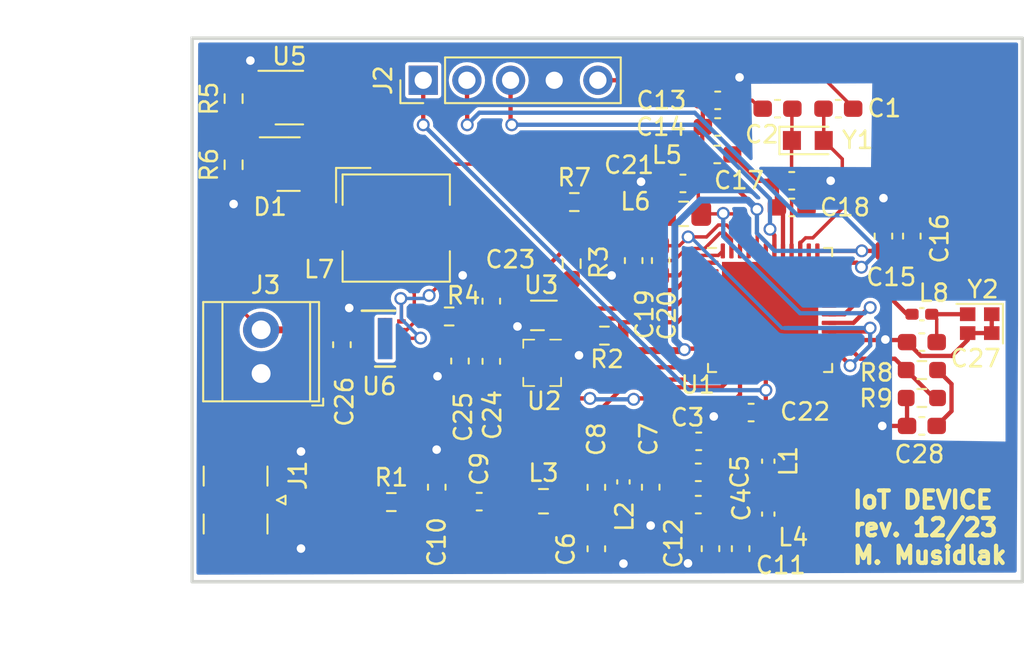
<source format=kicad_pcb>
(kicad_pcb (version 20221018) (generator pcbnew)
  (layers (0 "F.Cu" signal) (31 "B.Cu" signal) (34 "B.Paste" user) (35 "F.Paste" user) (36 "B.SilkS" user "B.Silkscreen") (37 "F.SilkS" user "F.Silkscreen") (38 "B.Mask" user) (39 "F.Mask" user) (44 "Edge.Cuts" user))
  (net 0 "")
  (net 1 "Net-(U1-PC14)")
  (net 2 "GND")
  (net 3 "Net-(U1-PC15)")
  (net 4 "/RFI_N")
  (net 5 "/RFO_HP")
  (net 6 "Net-(C4-Pad2)")
  (net 7 "/RFI_P")
  (net 8 "Net-(C6-Pad1)")
  (net 9 "Net-(C9-Pad1)")
  (net 10 "Net-(C10-Pad1)")
  (net 11 "/VR_PA")
  (net 12 "Net-(U1-VDDA)")
  (net 13 "VDDF")
  (net 14 "VDDA")
  (net 15 "/NRST")
  (net 16 "VDD")
  (net 17 "+BATT")
  (net 18 "Net-(C27-Pad2)")
  (net 19 "Net-(C28-Pad2)")
  (net 20 "Net-(U5--)")
  (net 21 "Net-(J1-In)")
  (net 22 "/SWDIO")
  (net 23 "/SWCLK")
  (net 24 "Net-(U1-VLXSMPS)")
  (net 25 "Net-(U6-SW)")
  (net 26 "Net-(U1-PB0)")
  (net 27 "/I2C1_SDA")
  (net 28 "/I2C1_CLK")
  (net 29 "Net-(U6-PG)")
  (net 30 "Net-(U5-+)")
  (net 31 "/VBAT_ADC")
  (net 32 "Net-(U1-OSC_IN)")
  (net 40 "/SPI1_NSS")
  (net 41 "/SPI1_CLK")
  (net 42 "/SPI1_MISO")
  (net 43 "/SPI1_MOSI")
  (footprint "Capacitor_SMD:C_0603_1608Metric_Pad1.08x0.95mm_HandSolder" (layer "F.Cu") (at 140.97 77.0647 -90)
    (fp_text reference "C19")
    (fp_text value "4.7uF")
  )
  (footprint "Sensor_Humidity:Sensirion_DFN-4_1.5x1.5mm_P0.8mm_SHT4x_NoCentralPad" (layer "F.Cu") (at 135.7488 80.2576 180)
    (fp_text reference "U3")
    (fp_text value "SHT4x")
  )
  (footprint "Inductor_SMD:L_0603_1608Metric_Pad1.05x0.95mm_HandSolder" (layer "F.Cu") (at 145.8328 70.8888)
    (fp_text reference "L5")
    (fp_text value "600R@100MHz")
  )
  (footprint "Resistor_SMD:R_0603_1608Metric_Pad0.98x0.95mm_HandSolder" (layer "F.Cu") (at 137.5175 73.66)
    (fp_text reference "R7")
    (fp_text value "200k")
  )
  (footprint "Resistor_SMD:R_0603_1608Metric_Pad0.98x0.95mm_HandSolder" (layer "F.Cu") (at 139.2682 81.4324 180)
    (fp_text reference "R2")
    (fp_text value "10k")
  )
  (footprint "Connector_PinHeader_2.54mm:PinHeader_1x05_P2.54mm_Vertical" (layer "F.Cu") (at 128.73 66.57 90)
    (fp_text reference "J2")
    (fp_text value "Conn_01x05")
  )
  (footprint "Capacitor_SMD:C_0603_1608Metric_Pad1.08x0.95mm_HandSolder" (layer "F.Cu") (at 144.7303 91.2716 180)
    (fp_text reference "C4")
    (fp_text value "33pF")
  )
  (footprint "Capacitor_SMD:C_0603_1608Metric_Pad1.08x0.95mm_HandSolder" (layer "F.Cu") (at 145.8571 69.2886)
    (fp_text reference "C14")
    (fp_text value "100nF")
  )
  (footprint "Capacitor_SMD:C_0603_1608Metric_Pad1.08x0.95mm_HandSolder" (layer "F.Cu") (at 129.5168 90.2567 90)
    (fp_text reference "C10")
    (fp_text value "2.2pF")
  )
  (footprint "Inductor_SMD:L_0402_1005Metric_Pad0.77x0.64mm_HandSolder" (layer "F.Cu") (at 148.8 91.8225 90)
    (fp_text reference "L4")
    (fp_text value "47nH")
  )
  (footprint "Capacitor_SMD:C_0603_1608Metric_Pad1.08x0.95mm_HandSolder" (layer "F.Cu") (at 132.6896 82.9299 -90)
    (fp_text reference "C24")
    (fp_text value "100nF")
  )
  (footprint "Package_DFN_QFN:QFN-48-1EP_7x7mm_P0.5mm_EP5.6x5.6mm" (layer "F.Cu") (at 148.906 79.942)
    (fp_text reference "U1")
    (fp_text value "STM32WLE5C8Ux")
  )
  (footprint "Capacitor_SMD:C_0603_1608Metric_Pad1.08x0.95mm_HandSolder" (layer "F.Cu") (at 152.875 68.225)
    (fp_text reference "C1")
    (fp_text value "6.8pF")
  )
  (footprint "Resistor_SMD:R_0603_1608Metric_Pad0.98x0.95mm_HandSolder" (layer "F.Cu") (at 126.8733 91.1237)
    (fp_text reference "R1")
    (fp_text value "0 Ohm")
  )
  (footprint "Capacitor_SMD:C_0603_1608Metric_Pad1.08x0.95mm_HandSolder" (layer "F.Cu") (at 143.8375 72.575)
    (fp_text reference "C21")
    (fp_text value "470nF")
  )
  (footprint "Capacitor_SMD:C_0603_1608Metric_Pad1.08x0.95mm_HandSolder" (layer "F.Cu") (at 150.1648 73.9712)
    (fp_text reference "C18")
    (fp_text value "100nF")
  )
  (footprint "Capacitor_SMD:C_0603_1608Metric_Pad1.08x0.95mm_HandSolder" (layer "F.Cu") (at 144.7546 87.5886)
    (fp_text reference "C3")
    (fp_text value "4.3pF")
  )
  (footprint "Capacitor_SMD:C_0603_1608Metric_Pad1.08x0.95mm_HandSolder" (layer "F.Cu") (at 142.5448 77.0647 -90)
    (fp_text reference "C20")
    (fp_text value "100nF")
  )
  (footprint "Capacitor_SMD:C_0603_1608Metric_Pad1.08x0.95mm_HandSolder" (layer "F.Cu") (at 149.3375 68.225 180)
    (fp_text reference "C2")
    (fp_text value "6.8pF")
  )
  (footprint "Inductor_SMD:L_TDK_SLF6025" (layer "F.Cu") (at 127.16 75.1725)
    (fp_text reference "L7")
    (fp_text value "10uH 124mOhm")
  )
  (footprint "Capacitor_SMD:C_0603_1608Metric_Pad1.08x0.95mm_HandSolder" (layer "F.Cu") (at 141.9628 90.2567 -90)
    (fp_text reference "C7")
    (fp_text value "0.7pF")
  )
  (footprint "Capacitor_SMD:C_0603_1608Metric_Pad1.08x0.95mm_HandSolder" (layer "F.Cu") (at 155.4988 75.6401 90)
    (fp_text reference "C15")
    (fp_text value "33pF")
  )
  (footprint "Capacitor_SMD:C_0603_1608Metric_Pad1.08x0.95mm_HandSolder" (layer "F.Cu") (at 138.8 93.8417 -90)
    (fp_text reference "C6")
    (fp_text value "7.5pF")
  )
  (footprint "Capacitor_SMD:C_0603_1608Metric_Pad1.08x0.95mm_HandSolder" (layer "F.Cu") (at 147.8026 85.9122 180)
    (fp_text reference "C22")
    (fp_text value "100nF")
  )
  (footprint "Inductor_SMD:L_0402_1005Metric_Pad0.77x0.64mm_HandSolder" (layer "F.Cu") (at 140.375 89.95 90)
    (fp_text reference "L2")
    (fp_text value "3.3nH")
  )
  (footprint "Capacitor_SMD:C_0603_1608Metric_Pad1.08x0.95mm_HandSolder" (layer "F.Cu") (at 145.8593 67.7392)
    (fp_text reference "C13")
    (fp_text value "4.7uF")
  )
  (footprint "Capacitor_SMD:C_0603_1608Metric_Pad1.08x0.95mm_HandSolder" (layer "F.Cu") (at 144.7303 89.392 180)
    (fp_text reference "C5")
    (fp_text value "4pF")
  )
  (footprint "Capacitor_SMD:C_0603_1608Metric_Pad1.08x0.95mm_HandSolder" (layer "F.Cu") (at 124 81.9625 -90)
    (fp_text reference "C26")
    (fp_text value "2.2uF 9mOhm")
  )
  (footprint "Resistor_SMD:R_0603_1608Metric_Pad0.98x0.95mm_HandSolder" (layer "F.Cu") (at 117.7 71.4875 90)
    (fp_text reference "R6")
    (fp_text value "100k")
  )
  (footprint "Resistor_SMD:R_0603_1608Metric_Pad0.98x0.95mm_HandSolder" (layer "F.Cu") (at 130.2375 80.32 180)
    (fp_text reference "R4")
    (fp_text value "100k")
  )
  (footprint "Connector_Coaxial:SMA_Samtec_SMA-J-P-X-ST-EM1_EdgeMount" (layer "F.Cu") (at 117.96 91.005 -90)
    (fp_text reference "J1")
    (fp_text value "Conn_Coaxial")
  )
  (footprint "Inductor_SMD:L_0402_1005Metric_Pad0.77x0.64mm_HandSolder" (layer "F.Cu") (at 157.734 80.1878)
    (fp_text reference "L8")
    (fp_text value "3.9nH")
  )
  (footprint "Capacitor_SMD:C_0603_1608Metric_Pad1.08x0.95mm_HandSolder" (layer "F.Cu") (at 138.8 90.2625 -90)
    (fp_text reference "C8")
    (fp_text value "2.2pF")
  )
  (footprint "Capacitor_SMD:C_0603_1608Metric_Pad1.08x0.95mm_HandSolder" (layer "F.Cu") (at 147.193 93.8359 -90)
    (fp_text reference "C11")
    (fp_text value "68pF")
  )
  (footprint "Package_TO_SOT_SMD:SOT-23-5" (layer "F.Cu") (at 120.9425 67.58)
    (fp_text reference "U5")
    (fp_text value "INA180A1")
  )
  (footprint "TerminalBlock_TE-Connectivity:TerminalBlock_TE_282834-2_1x02_P2.54mm_Horizontal" (layer "F.Cu") (at 119.3 83.64 90)
    (fp_text reference "J3")
    (fp_text value "BAT")
  )
  (footprint "Package_SON:WSON-10-1EP_2x3mm_P0.5mm_EP0.84x2.4mm_ThermalVias" (layer "F.Cu") (at 126.51 81.61)
    (fp_text reference "U6")
    (fp_text value "TPS62177DQC")
  )
  (footprint "Inductor_SMD:L_0805_2012Metric_Pad1.15x1.40mm_HandSolder" (layer "F.Cu") (at 135.725 91.075)
    (fp_text reference "L3")
    (fp_text value "8.2nH")
  )
  (footprint "Resistor_SMD:R_0603_1608Metric_Pad0.98x0.95mm_HandSolder" (layer "F.Cu") (at 137.3632 77.2433 90)
    (fp_text reference "R3")
    (fp_text value "10k")
  )
  (footprint "Package_LGA:Bosch_LGA-8_2x2.5mm_P0.65mm_ClockwisePinNumbering" (layer "F.Cu") (at 135.6488 83.017 -90)
    (fp_text reference "U2")
    (fp_text value "BMP280")
  )
  (footprint "Resistor_SMD:R_0603_1608Metric_Pad0.98x0.95mm_HandSolder" (layer "F.Cu") (at 117.7 67.6375 90)
    (fp_text reference "R5")
    (fp_text value "100k")
  )
  (footprint "Capacitor_SMD:C_0603_1608Metric_Pad1.08x0.95mm_HandSolder" (layer "F.Cu") (at 150.1648 72.4218)
    (fp_text reference "C17")
    (fp_text value "4.7uF")
  )
  (footprint "Capacitor_SMD:C_0603_1608Metric_Pad1.08x0.95mm_HandSolder" (layer "F.Cu") (at 157.734 81.8134)
    (fp_text reference "C27")
    (fp_text value "33pF 0 Ohm")
  )
  (footprint "Crystal:Crystal_SMD_2016-4Pin_2.0x1.6mm" (layer "F.Cu") (at 161.098 80.7378 180)
    (fp_text reference "Y2")
    (fp_text value "32MHz")
  )
  (footprint "Inductor_SMD:L_0402_1005Metric_Pad0.77x0.64mm_HandSolder" (layer "F.Cu") (at 148.8 88.743 -90)
    (fp_text reference "L1")
    (fp_text value "9nH")
  )
  (footprint "Capacitor_SMD:C_0603_1608Metric_Pad1.08x0.95mm_HandSolder" (layer "F.Cu") (at 145.4404 93.8359 -90)
    (fp_text reference "C12")
    (fp_text value "47nF")
  )
  (footprint "Capacitor_SMD:C_0603_1608Metric_Pad1.08x0.95mm_HandSolder" (layer "F.Cu") (at 131.9875 91.1 180)
    (fp_text reference "C9")
    (fp_text value "33pF")
  )
  (footprint "Capacitor_SMD:C_0603_1608Metric_Pad1.08x0.95mm_HandSolder" (layer "F.Cu") (at 157.734 86.6902)
    (fp_text reference "C28")
    (fp_text value "33pF 0 Ohm")
  )
  (footprint "Inductor_SMD:L_0805_2012Metric_Pad1.15x1.40mm_HandSolder" (layer "F.Cu") (at 143.877 74.3458 180)
    (fp_text reference "L6")
    (fp_text value "15uH")
  )
  (footprint "Capacitor_SMD:C_0603_1608Metric_Pad1.08x0.95mm_HandSolder" (layer "F.Cu") (at 157.1498 75.6401 90)
    (fp_text reference "C16")
    (fp_text value "100nF")
  )
  (footprint "Capacitor_SMD:C_0603_1608Metric_Pad1.08x0.95mm_HandSolder" (layer "F.Cu") (at 130.8675 82.9125 -90)
    (fp_text reference "C25")
    (fp_text value "22uF 1mOhm")
  )
  (footprint "Package_TO_SOT_SMD:SOT-23" (layer "F.Cu") (at 120.8975 71.45)
    (fp_text reference "D1")
    (fp_text value "BAT54S")
  )
  (footprint "Resistor_SMD:R_0603_1608Metric_Pad0.98x0.95mm_HandSolder" (layer "F.Cu") (at 157.734 85.0646 180)
    (fp_text reference "R9")
    (fp_text value "0 Ohm")
  )
  (footprint "Capacitor_SMD:C_0603_1608Metric_Pad1.08x0.95mm_HandSolder" (layer "F.Cu") (at 132.6896 79.4269 -90)
    (fp_text reference "C23")
    (fp_text value "100nF")
  )
  (footprint "Crystal:Crystal_SMD_2012-2Pin_2.0x1.2mm_HandSoldering" (layer "F.Cu") (at 151.1 70.075)
    (fp_text reference "Y1")
    (fp_text value "32.768kHz")
  )
  (footprint "Resistor_SMD:R_0603_1608Metric_Pad0.98x0.95mm_HandSolder" (layer "F.Cu") (at 157.734 83.439 180)
    (fp_text reference "R8")
    (fp_text value "0 Ohm")
  )
  (gr_rect (start 115.29 64.12) (end 163.58 95.76) (stroke (width 0.2)) (fill none) (layer "Edge.Cuts"))
  (gr_text "IoT DEVICE\nrev. 12/23\nM. Musidlak" (at 153.6 94.8) (layer "F.SilkS") (effects (font (size 1 1) (thickness 0.25) bold) (justify left bottom)))
  (segment (start 150.656 76.5045) (end 150.656 76.054346) (width 0.2) (layer "F.Cu") (net 1))
  (segment (start 150.656 76.018992) (end 150.656 76.5045) (width 0.25) (layer "F.Cu") (net 1))
  (segment (start 150.968346 75.742) (end 151.393654 75.742) (width 0.2) (layer "F.Cu") (net 1))
  (segment (start 153.105 71.155) (end 153.105 74.030654) (width 0.2) (layer "F.Cu") (net 1))
  (segment (start 152.025 70.075) (end 153.105 71.155) (width 0.2) (layer "F.Cu") (net 1))
  (segment (start 153.105 74.030654) (end 151.393654 75.742) (width 0.2) (layer "F.Cu") (net 1))
  (segment (start 152.025 68.2375) (end 152.0125 68.225) (width 0.2) (layer "F.Cu") (net 1))
  (segment (start 150.656 76.054346) (end 150.968346 75.742) (width 0.2) (layer "F.Cu") (net 1))
  (segment (start 152.025 70.075) (end 152.025 68.2375) (width 0.2) (layer "F.Cu") (net 1))
  (segment (start 124.56 79.8) (end 124.425 79.825) (width 0.2) (layer "F.Cu") (net 2))
  (segment (start 121.53 93.83) (end 121.5 93.8) (width 0.2) (layer "F.Cu") (net 2))
  (segment (start 121.62 93.83) (end 121.64 93.83) (width 0.25) (layer "F.Cu") (net 2))
  (segment (start 151.0273 72.4218) (end 151.0273 73.9712) (width 0.25) (layer "F.Cu") (net 2))
  (segment (start 119.93 72.4) (end 119.96 72.4) (width 0.2) (layer "F.Cu") (net 2))
  (segment (start 155.56 73.43) (end 155.53 73.46) (width 0.25) (layer "F.Cu") (net 2))
  (segment (start 148.45 68.225) (end 148.4 68.275) (width 0.2) (layer "F.Cu") (net 2))
  (segment (start 139.72 77.9272) (end 139.7228 77.9272) (width 0.25) (layer "F.Cu") (net 2))
  (segment (start 156.8215 86.6402) (end 156.8715 86.6902) (width 0.25) (layer "F.Cu") (net 2))
  (segment (start 119.91 72.4) (end 119.92 72.41) (width 0.2) (layer "F.Cu") (net 2))
  (segment (start 143.611396 77.9272) (end 142.5448 77.9272) (width 0.25) (layer "F.Cu") (net 2))
  (segment (start 152.4282 72.4218) (end 152.43 72.42) (width 0.25) (layer "F.Cu") (net 2))
  (segment (start 128.97 83.21) (end 129.56 83.8) (width 0.2) (layer "F.Cu") (net 2))
  (segment (start 124.77 79.8) (end 124.56 79.8) (width 0.2) (layer "F.Cu") (net 2))
  (segment (start 119.446104 67.57) (end 118.63 66.753896) (width 0.2) (layer "F.Cu") (net 2))
  (segment (start 155.4298 86.6902) (end 155.4202 86.6902) (width 0.25) (layer "F.Cu") (net 2))
  (segment (start 141.4 72.475) (end 141.4 72.69) (width 0.25) (layer "F.Cu") (net 2))
  (segment (start 157.6715 82.6134) (end 159.4724 82.6134) (width 0.25) (layer "F.Cu") (net 2))
  (segment (start 156.8715 85.1146) (end 156.8215 85.0646) (width 0.25) (layer "F.Cu") (net 2))
  (segment (start 124.425 79.825) (end 124.46 79.79) (width 0.2) (layer "F.Cu") (net 2))
  (segment (start 117.69 73.69) (end 117.7 73.775) (width 0.2) (layer "F.Cu") (net 2))
  (segment (start 155.4302 86.6902) (end 155.43 86.69) (width 0.25) (layer "F.Cu") (net 2))
  (segment (start 145.6114 87.5886) (end 145.57 87.63) (width 0.25) (layer "F.Cu") (net 2))
  (segment (start 124.54 79.8) (end 124.55 79.8) (width 0.2) (layer "F.Cu") (net 2))
  (segment (start 135.56418 82.692) (end 136.21418 82.042) (width 0.25) (layer "F.Cu") (net 2))
  (segment (start 159.4724 82.6134) (end 160.398 81.6878) (width 0.25) (layer "F.Cu") (net 2))
  (segment (start 137.746 82.58) (end 137.208 82.042) (width 0.25) (layer "F.Cu") (net 2))
  (segment (start 117.7 72.4) (end 119.91 72.4) (width 0.2) (layer "F.Cu") (net 2))
  (segment (start 147.13 66.4) (end 147.13 66.3975) (width 0.25) (layer "F.Cu") (net 2))
  (segment (start 134.21 80.9) (end 134.15 80.9) (width 0.25) (layer "F.Cu") (net 2))
  (segment (start 128.06 83.21) (end 128.97 83.21) (width 0.2) (layer "F.Cu") (net 2))
  (segment (start 141.9628 92.4872) (end 141.96 92.49) (width 0.25) (layer "F.Cu") (net 2))
  (segment (start 143.611396 77.9272) (end 143.611396 77.913604) (width 0.2) (layer "F.Cu") (net 2))
  (segment (start 153.7375 68.225) (end 153.7375 68.1625) (width 0.2) (layer "F.Cu") (net 2))
  (segment (start 131.025 77.925) (end 131.01 78.06) (width 0.2) (layer "F.Cu") (net 2))
  (segment (start 119.76 67.57) (end 119.446104 67.57) (width 0.2) (layer "F.Cu") (net 2))
  (segment (start 143.0198 72.7202) (end 143.03 72.71) (width 0.25) (layer "F.Cu") (net 2))
  (segment (start 121.62 93.83) (end 121.53 93.83) (width 0.4) (layer "F.Cu") (net 2))
  (segment (start 141.9628 91.1192) (end 141.9628 92.4872) (width 0.25) (layer "F.Cu") (net 2))
  (segment (start 147.1275 66.4) (end 147.13 66.4) (width 0.25) (layer "F.Cu") (net 2))
  (segment (start 121.5 93.8) (end 121.47 93.83) (width 0.2) (layer "F.Cu") (net 2))
  (segment (start 160.398 81.2878) (end 161.798 81.2878) (width 0.25) (layer "F.Cu") (net 2))
  (segment (start 117.7 73.775) (end 117.7 73.52) (width 0.2) (layer "F.Cu") (net 2))
  (segment (start 145.8878 85.9122) (end 146.9401 85.9122) (width 0.25) (layer "F.Cu") (net 2))
  (segment (start 144.1384 94.6984) (end 144.13 94.69) (width 0.25) (layer "F.Cu") (net 2))
  (segment (start 118.68 65.37) (end 118.63 65.47) (width 0.2) (layer "F.Cu") (net 2))
  (segment (start 146.7218 66.8057) (end 147.1275 66.4) (width 0.25) (layer "F.Cu") (net 2))
  (segment (start 156.8715 81.8134) (end 157.6715 82.6134) (width 0.25) (layer "F.Cu") (net 2))
  (segment (start 134.8488 82.692) (end 135.56418 82.692) (width 0.25) (layer "F.Cu") (net 2))
  (segment (start 132.6896 80.2894) (end 131.01 78.6098) (width 0.2) (layer "F.Cu") (net 2))
  (segment (start 155.642 81.692) (end 155.61 81.66) (width 0.25) (layer "F.Cu") (net 2))
  (segment (start 130.8675 83.775) (end 129.585 83.775) (width 0.25) (layer "F.Cu") (net 2))
  (segment (start 119.805 67.58) (end 119.77 67.58) (width 0.2) (layer "F.Cu") (net 2))
  (segment (start 129.5168 89.3942) (end 129.5168 88.0768) (width 0.25) (layer "F.Cu") (net 2))
  (segment (start 156.8715 81.8134) (end 156.7501 81.692) (width 0.25) (layer "F.Cu") (net 2))
  (segment (start 139.69 77.93) (end 139.72 77.9272) (width 0.25) (layer "F.Cu") (net 2))
  (segment (start 155.5 73.49) (end 155.5 73.43) (width 0.25) (layer "F.Cu") (net 2))
  (segment (start 125.56 80.59) (end 124.77 79.8) (width 0.2) (layer "F.Cu") (net 2))
  (segment (start 129.5168 88.0768) (end 129.51 88.07) (width 0.25) (layer "F.Cu") (net 2))
  (segment (start 156.7501 81.692) (end 155.642 81.692) (width 0.25) (layer "F.Cu") (net 2))
  (segment (start 136.4488 82.042) (end 137.208 82.042) (width 0.25) (layer "F.Cu") (net 2))
  (segment (start 125.56 82.61) (end 125.56 82.11) (width 0.2) (layer "F.Cu") (net 2))
  (segment (start 130.99 77.85) (end 131.025 77.925) (width 0.2) (layer "F.Cu") (net 2))
  (segment (start 129.585 83.775) (end 129.56 83.8) (width 0.25) (layer "F.Cu") (net 2))
  (segment (start 121.74 88.18) (end 121.81 88.18) (width 0.25) (layer "F.Cu") (net 2))
  (segment (start 124.46 79.79) (end 124.54 79.8) (width 0.2) (layer "F.Cu") (net 2))
  (segment (start 142.875 72.475) (end 142.975 72.575) (width 0.2) (layer "F.Cu") (net 2))
  (segment (start 138.8 94.7042) (end 140.3734 94.7042) (width 0.2) (layer "F.Cu") (net 2))
  (segment (start 141.4 72.475) (end 142.875 72.475) (width 0.2) (layer "F.Cu") (net 2))
  (segment (start 147.193 94.6984) (end 145.4404 94.6984) (width 0.25) (layer "F.Cu") (net 2))
  (segment (start 155.5 73.43) (end 155.56 73.43) (width 0.25) (layer "F.Cu") (net 2))
  (segment (start 117.96 93.83) (end 121.62 93.83) (width 0.4) (layer "F.Cu") (net 2))
  (segment (start 140.3734 94.7042) (end 140.375 94.7058) (width 0.2) (layer "F.Cu") (net 2))
  (segment (start 139.7256 77.9272) (end 139.69 77.93) (width 0.25) (layer "F.Cu") (net 2))
  (segment (start 145.57 87.63) (end 145.57 86.23) (width 0.25) (layer "F.Cu") (net 2))
  (segment (start 135.0238 80.6326) (end 134.4174 80.6326) (width 0.25) (layer "F.Cu") (net 2))
  (segment (start 145.63 86.17) (end 145.63 86.14) (width 0.25) (layer "F.Cu") (net 2))
  (segment (start 140.97 77.9272) (end 139.7256 77.9272) (width 0.25) (layer "F.Cu") (net 2))
  (segment (start 144.761822 76.763178) (end 145.897322 76.763178) (width 0.2) (layer "F.Cu") (net 2))
  (segment (start 161.798 81.2878) (end 161.798 80.1878) (width 0.25) (layer "F.Cu") (net 2))
  (segment (start 127.46 82.61) (end 128.06 83.21) (width 0.2) (layer "F.Cu") (net 2))
  (segment (start 145.4404 94.6984) (end 144.1384 94.6984) (width 0.25) (layer "F.Cu") (net 2))
  (segment (start 143.611396 77.913604) (end 144.761822 76.763178) (width 0.2) (layer "F.Cu") (net 2))
  (segment (start 146.7218 67.7392) (end 146.7218 66.8057) (width 0.25) (layer "F.Cu") (net 2))
  (segment (start 160.398 81.6878) (end 160.398 81.2878) (width 0.25) (layer "F.Cu") (net 2))
  (segment (start 151.975 66.4) (end 147.13 66.4) (width 0.2) (layer "F.Cu") (net 2))
  (segment (start 151.0273 72.4218) (end 152.4282 72.4218) (width 0.25) (layer "F.Cu") (net 2))
  (segment (start 125.63 83.11) (end 125.56 83.04) (width 0.2) (layer "F.Cu") (net 2))
  (segment (start 146.7196 69.2886) (end 146.7196 67.7414) (width 0.25) (layer "F.Cu") (net 2))
  (segment (start 119.77 67.58) (end 119.76 67.57) (width 0.2) (layer "F.Cu") (net 2))
  (segment (start 155.61 81.66) (end 155.578 81.692) (width 0.25) (layer "F.Cu") (net 2))
  (segment (start 121.62 88.18) (end 117.96 88.18) (width 0.4) (layer "F.Cu") (net 2))
  (segment (start 155.43 86.69) (end 155.4298 86.6902) (width 0.25) (layer "F.Cu") (net 2))
  (segment (start 155.4988 74.7776) (end 157.1498 74.7776) (width 0.25) (layer "F.Cu") (net 2))
  (segment (start 147.8642 67.7392) (end 146.7218 67.7392) (width 0.2) (layer "F.Cu") (net 2))
  (segment (start 148.475 68.225) (end 148.45 68.225) (width 0.2) (layer "F.Cu") (net 2))
  (segment (start 145.66 86.14) (end 145.8878 85.9122) (width 0.25) (layer "F.Cu") (net 2))
  (segment (start 142.975 72.691) (end 143.0042 72.7202) (width 0.2) (layer "F.Cu") (net 2))
  (segment (start 132.6896 80.2894) (end 132.6806 80.2894) (width 0.2) (layer "F.Cu") (net 2))
  (segment (start 155.4988 74.7776) (end 155.4988 73.4912) (width 0.25) (layer "F.Cu") (net 2))
  (segment (start 137.79 82.58) (end 137.746 82.58) (width 0.25) (layer "F.Cu") (net 2))
  (segment (start 117.7 72.4) (end 117.69 73.69) (width 0.2) (layer "F.Cu") (net 2))
  (segment (start 131.01 78.6098) (end 130.99 77.85) (width 0.2) (layer "F.Cu") (net 2))
  (segment (start 145.897322 76.763178) (end 146.156 76.5045) (width 0.2) (layer "F.Cu") (net 2))
  (segment (start 155.4988 73.4912) (end 155.5 73.49) (width 0.25) (layer "F.Cu") (net 2))
  (segment (start 152.3435 81.692) (end 150.656 81.692) (width 0.25) (layer "F.Cu") (net 2))
  (segment (start 145.57 86.23) (end 145.63 86.17) (width 0.25) (layer "F.Cu") (net 2))
  (segment (start 118.675 65.425) (end 118.68 65.37) (width 0.2) (layer "F.Cu") (net 2))
  (segment (start 142.5448 77.9272) (end 140.97 77.9272) (width 0.25) (layer "F.Cu") (net 2))
  (segment (start 148.4 68.275) (end 147.8642 67.7392) (width 0.2) (layer "F.Cu") (net 2))
  (segment (start 125.56 80.61) (end 125.56 80.59) (width 0.2) (layer "F.Cu") (net 2))
  (segment (start 145.6171 87.5886) (end 145.6114 87.5886) (width 0.25) (layer "F.Cu") (net 2))
  (segment (start 143.0042 72.7202) (end 143.0198 72.7202) (width 0.25) (layer "F.Cu") (net 2))
  (segment (start 127.46 82.61) (end 127.46 82.735) (width 0.2) (layer "F.Cu") (net 2))
  (segment (start 134.15 80.9) (end 134.23 80.82) (width 0.25) (layer "F.Cu") (net 2))
  (segment (start 132.6896 83.7924) (end 132.6896 83.7804) (width 0.25) (layer "F.Cu") (net 2))
  (segment (start 125.345 82.825) (end 125.56 82.61) (width 0.4) (layer "F.Cu") (net 2))
  (segment (start 141.4 72.69) (end 141.43 72.72) (width 0.25) (layer "F.Cu") (net 2))
  (segment (start 156.8715 86.6902) (end 155.4302 86.6902) (width 0.25) (layer "F.Cu") (net 2))
  (segment (start 127.46 82.735) (end 127.085 83.11) (width 0.2) (layer "F.Cu") (net 2))
  (segment (start 134.4174 80.6326) (end 134.21 80.84) (width 0.25) (layer "F.Cu") (net 2))
  (segment (start 132.695 83.775) (end 130.8675 83.775) (width 0.25) (layer "F.Cu") (net 2))
  (segment (start 155.578 81.692) (end 152.3435 81.692) (width 0.25) (layer "F.Cu") (net 2))
  (segment (start 124.215 82.61) (end 124 82.825) (width 0.2) (layer "F.Cu") (net 2))
  (segment (start 132.6806 80.2894) (end 132.67 80.3) (width 0.2) (layer "F.Cu") (net 2))
  (segment (start 125.56 83.04) (end 125.56 82.61) (width 0.2) (layer "F.Cu") (net 2))
  (segment (start 146.7196 67.7414) (end 146.7218 67.7392) (width 0.25) (layer "F.Cu") (net 2))
  (segment (start 136.21418 82.042) (end 136.4488 82.042) (width 0.25) (layer "F.Cu") (net 2))
  (segment (start 118.63 66.753896) (end 118.675 65.425) (width 0.2) (layer "F.Cu") (net 2))
  (segment (start 145.63 86.14) (end 145.66 86.14) (width 0.25) (layer "F.Cu") (net 2))
  (segment (start 155.4202 86.6902) (end 155.41 86.68) (width 0.25) (layer "F.Cu") (net 2))
  (segment (start 156.8715 86.6902) (end 156.8715 85.1146) (width 0.25) (layer "F.Cu") (net 2))
  (segment (start 150.656 81.692) (end 148.906 79.942) (width 0.25) (layer "F.Cu") (net 2))
  (segment (start 134.21 80.84) (end 134.21 80.9) (width 0.25) (layer "F.Cu") (net 2))
  (segment (start 153.7375 68.1625) (end 151.975 66.4) (width 0.2) (layer "F.Cu") (net 2))
  (segment (start 124 82.825) (end 125.345 82.825) (width 0.4) (layer "F.Cu") (net 2))
  (segment (start 120.115 82.825) (end 119.3 83.64) (width 0.4) (layer "F.Cu") (net 2))
  (segment (start 124 82.825) (end 120.115 82.825) (width 0.4) (layer "F.Cu") (net 2))
  (segment (start 135.0488 80.6576) (end 135.0238 80.6326) (width 0.25) (layer "F.Cu") (net 2))
  (segment (start 132.6896 83.7804) (end 132.695 83.775) (width 0.25) (layer "F.Cu") (net 2))
  (segment (start 119.92 72.41) (end 119.93 72.4) (width 0.2) (layer "F.Cu") (net 2))
  (segment (start 127.085 83.11) (end 125.63 83.11) (width 0.2) (layer "F.Cu") (net 2))
  (segment (start 142.975 72.575) (end 142.975 72.691) (width 0.2) (layer "F.Cu") (net 2))
  (via (at 129.51 88.07) (size 0.75) (drill 0.5) (layers "F.Cu" "B.Cu") (net 2))
  (via (at 118.675 65.425) (size 0.75) (drill 0.5) (layers "F.Cu" "B.Cu") (net 2))
  (via (at 117.7 73.775) (size 0.75) (drill 0.5) (layers "F.Cu" "B.Cu") (net 2))
  (via (at 140.375 94.7058) (size 0.75) (drill 0.5) (layers "F.Cu" "B.Cu") (net 2))
  (via (at 155.5 73.43) (size 0.75) (drill 0.5) (layers "F.Cu" "B.Cu") (net 2))
  (via (at 134.21 80.9) (size 0.75) (drill 0.5) (layers "F.Cu" "B.Cu") (net 2))
  (via (at 147.13 66.4) (size 0.75) (drill 0.5) (layers "F.Cu" "B.Cu") (net 2))
  (via (at 144.13 94.69) (size 0.75) (drill 0.5) (layers "F.Cu" "B.Cu") (net 2))
  (via (at 155.61 81.66) (size 0.75) (drill 0.5) (layers "F.Cu" "B.Cu") (net 2))
  (via (at 131.025 77.925) (size 0.75) (drill 0.5) (layers "F.Cu" "B.Cu") (net 2))
  (via (at 141.96 92.49) (size 0.75) (drill 0.5) (layers "F.Cu" "B.Cu") (net 2))
  (via (at 155.43 86.69) (size 0.75) (drill 0.5) (layers "F.Cu" "B.Cu") (net 2))
  (via (at 121.62 93.83) (size 0.75) (drill 0.5) (layers "F.Cu" "B.Cu") (net 2))
  (via (at 124.425 79.825) (size 0.75) (drill 0.5) (layers "F.Cu" "B.Cu") (net 2))
  (via (at 152.43 72.42) (size 0.75) (drill 0.5) (layers "F.Cu" "B.Cu") (net 2))
  (via (at 129.56 83.8) (size 0.75) (drill 0.5) (layers "F.Cu" "B.Cu") (net 2))
  (via (at 137.79 82.58) (size 0.75) (drill 0.5) (layers "F.Cu" "B.Cu") (net 2))
  (via (at 141.4 72.475) (size 0.75) (drill 0.5) (layers "F.Cu" "B.Cu") (net 2))
  (via (at 121.62 88.18) (size 0.75) (drill 0.5) (layers "F.Cu" "B.Cu") (net 2))
  (via (at 139.69 77.93) (size 0.75) (drill 0.5) (layers "F.Cu" "B.Cu") (net 2))
  (via (at 145.63 86.14) (size 0.75) (drill 0.5) (layers "F.Cu" "B.Cu") (net 2))
  (segment (start 150.175 68.25) (end 150.2 68.225) (width 0.2) (layer "F.Cu") (net 3))
  (segment (start 150.156 76.5045) (end 150.156 70.094) (width 0.2) (layer "F.Cu") (net 3))
  (segment (start 150.175 70.075) (end 150.175 68.25) (width 0.2) (layer "F.Cu") (net 3))
  (segment (start 150.156 76.5045) (end 150.1648 76.4957) (width 0.2) (layer "F.Cu") (net 3))
  (segment (start 150.156 70.094) (end 150.175 70.075) (width 0.2) (layer "F.Cu") (net 3))
  (segment (start 148.7932 89.3155) (end 149.0957 89.3155) (width 0.2) (layer "F.Cu") (net 4))
  (segment (start 147.8277 90.281) (end 148.7932 89.3155) (width 0.2) (layer "F.Cu") (net 4))
  (segment (start 145.18416 90.281) (end 147.8277 90.281) (width 0.2) (layer "F.Cu") (net 4))
  (segment (start 143.8921 87.5886) (end 144.7553 88.4518) (width 0.2) (layer "F.Cu") (net 4))
  (segment (start 150.156 88.2552) (end 150.156 83.3795) (width 0.2) (layer "F.Cu") (net 4))
  (segment (start 144.7553 89.85214) (end 145.18416 90.281) (width 0.2) (layer "F.Cu") (net 4))
  (segment (start 144.7553 88.4518) (end 144.7553 89.85214) (width 0.2) (layer "F.Cu") (net 4))
  (segment (start 149.0957 89.3155) (end 150.156 88.2552) (width 0.2) (layer "F.Cu") (net 4))
  (segment (start 148.775 91.275) (end 148.7716 91.2716) (width 0.2) (layer "F.Cu") (net 5))
  (segment (start 151.156 88.8948) (end 151.156 83.3795) (width 0.25) (layer "F.Cu") (net 5))
  (segment (start 148.8 91.25) (end 148.775 91.275) (width 0.2) (layer "F.Cu") (net 5))
  (segment (start 145.6068 91.2576) (end 145.5928 91.2716) (width 0.25) (layer "F.Cu") (net 5))
  (segment (start 148.7716 91.2716) (end 145.5928 91.2716) (width 0.2) (layer "F.Cu") (net 5))
  (segment (start 148.8 91.25) (end 151.1552 88.8948) (width 0.2) (layer "F.Cu") (net 5))
  (segment (start 151.1552 88.8948) (end 151.156 88.8948) (width 0.2) (layer "F.Cu") (net 5))
  (segment (start 143.8678 89.392) (end 143.8678 91.2716) (width 0.25) (layer "F.Cu") (net 6))
  (segment (start 141.9628 89.3942) (end 143.8656 89.3942) (width 0.25) (layer "F.Cu") (net 6))
  (segment (start 140.3917 89.3942) (end 140.375 89.3775) (width 0.2) (layer "F.Cu") (net 6))
  (segment (start 141.9628 89.3942) (end 141.9503 89.3817) (width 0.2) (layer "F.Cu") (net 6))
  (segment (start 141.9628 89.3942) (end 140.3917 89.3942) (width 0.2) (layer "F.Cu") (net 6))
  (segment (start 143.8656 89.3942) (end 143.8678 89.392) (width 0.25) (layer "F.Cu") (net 6))
  (segment (start 138.8 89.4) (end 140.3525 89.4) (width 0.2) (layer "F.Cu") (net 6))
  (segment (start 140.3525 89.4) (end 140.375 89.3775) (width 0.2) (layer "F.Cu") (net 6))
  (segment (start 148.8 88.1705) (end 148.7932 88.1705) (width 0.2) (layer "F.Cu") (net 7))
  (segment (start 149.656 87.3145) (end 148.8 88.1705) (width 0.2) (layer "F.Cu") (net 7))
  (segment (start 147.5717 89.392) (end 148.7932 88.1705) (width 0.2) (layer "F.Cu") (net 7))
  (segment (start 145.5928 89.392) (end 147.5717 89.392) (width 0.2) (layer "F.Cu") (net 7))
  (segment (start 149.656 83.3795) (end 149.656 87.3145) (width 0.2) (layer "F.Cu") (net 7))
  (segment (start 138.85 91.175) (end 139.5025 90.5225) (width 0.2) (layer "F.Cu") (net 8))
  (segment (start 136.4878 91.1237) (end 138.2753 91.1237) (width 0.25) (layer "F.Cu") (net 8))
  (segment (start 139.5025 90.5225) (end 140.375 90.5225) (width 0.2) (layer "F.Cu") (net 8))
  (segment (start 138.8 92.9792) (end 138.8 91.125) (width 0.2) (layer "F.Cu") (net 8))
  (segment (start 138.2753 91.1237) (end 138.2798 91.1192) (width 0.25) (layer "F.Cu") (net 8))
  (segment (start 138.8 91.125) (end 138.85 91.175) (width 0.2) (layer "F.Cu") (net 8))
  (segment (start 133.0198 91.1237) (end 134.7378 91.1237) (width 0.25) (layer "F.Cu") (net 9))
  (segment (start 127.7858 91.1237) (end 129.5123 91.1237) (width 0.25) (layer "F.Cu") (net 10))
  (segment (start 131.2903 91.1192) (end 131.2948 91.1237) (width 0.25) (layer "F.Cu") (net 10))
  (segment (start 129.5168 91.1192) (end 131.2903 91.1192) (width 0.25) (layer "F.Cu") (net 10))
  (segment (start 129.5123 91.1237) (end 129.5168 91.1192) (width 0.25) (layer "F.Cu") (net 10))
  (segment (start 129.4593 91.1237) (end 129.5168 91.0662) (width 0.25) (layer "F.Cu") (net 10))
  (segment (start 147.2272 93.0076) (end 147.193 92.9734) (width 0.25) (layer "F.Cu") (net 11))
  (segment (start 147.193 92.9734) (end 148.2216 92.9734) (width 0.2) (layer "F.Cu") (net 11))
  (segment (start 148.2216 92.9734) (end 148.8 92.395) (width 0.2) (layer "F.Cu") (net 11))
  (segment (start 147.1775 93.1766) (end 147.193 93.1611) (width 0.25) (layer "F.Cu") (net 11))
  (segment (start 151.656 90.1448) (end 151.656 83.3795) (width 0.25) (layer "F.Cu") (net 11))
  (segment (start 147.193 92.9734) (end 145.4404 92.9734) (width 0.25) (layer "F.Cu") (net 11))
  (segment (start 149.4058 92.395) (end 151.656 90.1448) (width 0.2) (layer "F.Cu") (net 11))
  (segment (start 148.8 92.395) (end 149.4058 92.395) (width 0.2) (layer "F.Cu") (net 11))
  (segment (start 149.3023 72.4218) (end 148.2408 72.4218) (width 0.25) (layer "F.Cu") (net 12))
  (segment (start 149.3023 73.9712) (end 149.656 74.3249) (width 0.25) (layer "F.Cu") (net 12))
  (segment (start 148.2408 72.4218) (end 146.7078 70.8888) (width 0.25) (layer "F.Cu") (net 12))
  (segment (start 149.656 74.3249) (end 149.656 76.5045) (width 0.25) (layer "F.Cu") (net 12))
  (segment (start 149.3023 73.9712) (end 149.3023 72.4218) (width 0.25) (layer "F.Cu") (net 12))
  (segment (start 153.102 82.692) (end 153.56 83.15) (width 0.25) (layer "F.Cu") (net 13))
  (segment (start 145.207227 75.688178) (end 145.900405 74.995) (width 0.2) (layer "F.Cu") (net 13))
  (segment (start 144.1395 75.688178) (end 144.263178 75.688178) (width 0.2) (layer "F.Cu") (net 13))
  (segment (start 147.156 75.781) (end 147.156 76.5045) (width 0.2) (layer "F.Cu") (net 13))
  (segment (start 144.263178 75.688178) (end 144.375 75.8) (width 0.2) (layer "F.Cu") (net 13))
  (segment (start 144.1395 75.688178) (end 145.207227 75.688178) (width 0.2) (layer "F.Cu") (net 13))
  (segment (start 152.3435 81.192) (end 152.3455 81.19) (width 0.25) (layer "F.Cu") (net 13))
  (segment (start 152.3435 82.692) (end 153.102 82.692) (width 0.25) (layer "F.Cu") (net 13))
  (segment (start 144.1395 75.688178) (end 143.625478 76.2022) (width 0.2) (layer "F.Cu") (net 13))
  (segment (start 146.37 74.995) (end 147.156 75.781) (width 0.2) (layer "F.Cu") (net 13))
  (segment (start 153.59 83.18) (end 153.57 83.16) (width 0.25) (layer "F.Cu") (net 13))
  (segment (start 153.56 83.18) (end 153.59 83.18) (width 0.25) (layer "F.Cu") (net 13))
  (segment (start 145.900405 74.995) (end 146.37 74.995) (width 0.2) (layer "F.Cu") (net 13))
  (segment (start 142.5448 76.2022) (end 140.97 76.2022) (width 0.2) (layer "F.Cu") (net 13))
  (segment (start 143.625478 76.2022) (end 142.5448 76.2022) (width 0.2) (layer "F.Cu") (net 13))
  (segment (start 153.56 83.15) (end 153.56 83.18) (width 0.25) (layer "F.Cu") (net 13))
  (segment (start 152.3435 81.192) (end 154.526391 81.192) (width 0.25) (layer "F.Cu") (net 13))
  (segment (start 154.526391 81.192) (end 154.725891 80.9925) (width 0.25) (layer "F.Cu") (net 13))
  (via (at 144.1395 75.688178) (size 0.75) (drill 0.5) (layers "F.Cu" "B.Cu") (net 13))
  (via (at 154.725891 80.9925) (size 0.75) (drill 0.5) (layers "F.Cu" "B.Cu") (net 13))
  (via (at 153.56 83.18) (size 0.75) (drill 0.5) (layers "F.Cu" "B.Cu") (net 13))
  (segment (start 149.975 80.9925) (end 149.7525 80.9925) (width 0.25) (layer "B.Cu") (net 13))
  (segment (start 144.1395 75.688178) (end 144.261822 75.688178) (width 0.2) (layer "B.Cu") (net 13))
  (segment (start 144.275 75.675) (end 149.5925 80.9925) (width 0.2) (layer "B.Cu") (net 13))
  (segment (start 149.5925 80.9925) (end 149.975 80.9925) (width 0.2) (layer "B.Cu") (net 13))
  (segment (start 144.261822 75.688178) (end 144.275 75.675) (width 0.2) (layer "B.Cu") (net 13))
  (segment (start 154.725891 80.9925) (end 154.725891 82.014109) (width 0.25) (layer "B.Cu") (net 13))
  (segment (start 154.725891 80.9925) (end 149.975 80.9925) (width 0.25) (layer "B.Cu") (net 13))
  (segment (start 154.725891 82.014109) (end 153.56 83.18) (width 0.25) (layer "B.Cu") (net 13))
  (segment (start 147.656 74.9612) (end 147.656 76.5045) (width 0.2) (layer "F.Cu") (net 14))
  (segment (start 144.7292 72.7202) (end 144.7292 74.323) (width 0.2) (layer "F.Cu") (net 14))
  (segment (start 146.18 74.32) (end 146.2058 74.3458) (width 0.2) (layer "F.Cu") (net 14))
  (segment (start 144.752 74.3458) (end 146.1542 74.3458) (width 0.2) (layer "F.Cu") (net 14))
  (segment (start 146.1542 74.3458) (end 146.18 74.32) (width 0.2) (layer "F.Cu") (net 14))
  (segment (start 154.6505 79.7995) (end 153.758 80.692) (width 0.25) (layer "F.Cu") (net 14))
  (segment (start 153.758 80.692) (end 152.3435 80.692) (width 0.25) (layer "F.Cu") (net 14))
  (segment (start 147.0406 74.3458) (end 147.656 74.9612) (width 0.2) (layer "F.Cu") (net 14))
  (segment (start 154.73 79.7995) (end 154.6505 79.7995) (width 0.25) (layer "F.Cu") (net 14))
  (segment (start 144.7292 74.323) (end 144.752 74.3458) (width 0.2) (layer "F.Cu") (net 14))
  (segment (start 146.2058 74.3458) (end 147.0406 74.3458) (width 0.2) (layer "F.Cu") (net 14))
  (via (at 146.18 74.32) (size 0.75) (drill 0.5) (layers "F.Cu" "B.Cu") (net 14))
  (via (at 154.73 79.7995) (size 0.75) (drill 0.5) (layers "F.Cu" "B.Cu") (net 14))
  (segment (start 154.3995 80.13) (end 150.65 80.13) (width 0.25) (layer "B.Cu") (net 14))
  (segment (start 150.65 80.13) (end 146.18 75.66) (width 0.25) (layer "B.Cu") (net 14))
  (segment (start 146.18 75.66) (end 146.18 74.32) (width 0.25) (layer "B.Cu") (net 14))
  (segment (start 154.73 79.7995) (end 154.3995 80.13) (width 0.25) (layer "B.Cu") (net 14))
  (segment (start 148.66 84.61) (end 148.656 84.614) (width 0.25) (layer "F.Cu") (net 15))
  (segment (start 148.656 84.614) (end 148.656 85.9031) (width 0.25) (layer "F.Cu") (net 15))
  (segment (start 148.6651 83.3886) (end 148.656 83.3795) (width 0.25) (layer "F.Cu") (net 15))
  (segment (start 128.73 66.57) (end 128.73 69.16) (width 0.25) (layer "F.Cu") (net 15))
  (segment (start 148.656 85.9031) (end 148.6651 85.9122) (width 0.25) (layer "F.Cu") (net 15))
  (segment (start 148.656 83.3795) (end 148.656 84.606) (width 0.25) (layer "F.Cu") (net 15))
  (segment (start 128.73 69.16) (end 128.73 69.13) (width 0.25) (layer "F.Cu") (net 15))
  (segment (start 148.656 84.606) (end 148.66 84.61) (width 0.25) (layer "F.Cu") (net 15))
  (via (at 128.73 69.16) (size 0.75) (drill 0.5) (layers "F.Cu" "B.Cu") (net 15))
  (via (at 148.66 84.61) (size 0.75) (drill 0.5) (layers "F.Cu" "B.Cu") (net 15))
  (segment (start 128.73 69.16) (end 144.18 84.61) (width 0.25) (layer "B.Cu") (net 15))
  (segment (start 144.18 84.61) (end 148.66 84.61) (width 0.25) (layer "B.Cu") (net 15))
  (segment (start 154.2426 76.5026) (end 154.24 76.5) (width 0.25) (layer "F.Cu") (net 16))
  (segment (start 135.0488 79.8576) (end 134.972022 79.8576) (width 0.25) (layer "F.Cu") (net 16))
  (segment (start 127.46 81.61) (end 127.45 81.61) (width 0.2) (layer "F.Cu") (net 16))
  (segment (start 144.9578 69.3254) (end 144.9946 69.2886) (width 0.25) (layer "F.Cu") (net 16))
  (segment (start 128.43 81.59) (end 128.59 81.6) (width 0.2) (layer "F.Cu") (net 16))
  (segment (start 139.2307 82.3074) (end 143.8626 82.3074) (width 0.4) (layer "F.Cu") (net 16))
  (segment (start 135.0488 79.8576) (end 135.0738 79.8326) (width 0.25) (layer "F.Cu") (net 16))
  (segment (start 148.149 74.08) (end 148.156 74.087) (width 0.25) (layer "F.Cu") (net 16))
  (segment (start 121.061104 69.398896) (end 119.96 70.5) (width 0.2) (layer "F.Cu") (net 16))
  (segment (start 132.6896 77.9521) (end 132.6896 78.5644) (width 0.2) (layer "F.Cu") (net 16))
  (segment (start 130.835 82.0175) (end 130.8675 82.05) (width 0.25) (layer "F.Cu") (net 16))
  (segment (start 132.6896 82.0674) (end 133.9342 82.0674) (width 0.25) (layer "F.Cu") (net 16))
  (segment (start 127.46 80.6) (end 127.46 79.47) (width 0.2) (layer "F.Cu") (net 16))
  (segment (start 134.8488 82.0674) (end 133.9342 82.0674) (width 0.25) (layer "F.Cu") (net 16))
  (segment (start 148.14 74.08) (end 148.149 74.08) (width 0.25) (layer "F.Cu") (net 16))
  (segment (start 143.978 82.192) (end 143.92 82.25) (width 0.25) (layer "F.Cu") (net 16))
  (segment (start 144.9578 70.8888) (end 148.14 74.071) (width 0.25) (layer "F.Cu") (net 16))
  (segment (start 144.9946 67.7414) (end 144.9968 67.7392) (width 0.25) (layer "F.Cu") (net 16))
  (segment (start 127.46 80.61) (end 127.46 80.6) (width 0.2) (layer "F.Cu") (net 16))
  (segment (start 154.2374 76.5026) (end 151.6579 76.5026) (width 0.25) (layer "F.Cu") (net 16))
  (segment (start 127.46 79.47) (end 127.46 79.27) (width 0.2) (layer "F.Cu") (net 16))
  (segment (start 128.45 81.59) (end 128.44 81.59) (width 0.2) (layer "F.Cu") (net 16))
  (segment (start 148.14 74.08) (end 148.156 74.096) (width 0.2) (layer "F.Cu") (net 16))
  (segment (start 155.4988 76.5026) (end 154.2426 76.5026) (width 0.25) (layer "F.Cu") (net 16))
  (segment (start 132.6722 82.05) (end 132.6896 82.0674) (width 0.25) (layer "F.Cu") (net 16))
  (segment (start 127.425 79.235) (end 127.42 79.23) (width 0.2) (layer "F.Cu") (net 16))
  (segment (start 144.9578 70.8888) (end 144.9578 69.3254) (width 0.25) (layer "F.Cu") (net 16))
  (segment (start 134.972022 79.8576) (end 134.8 79.685578) (width 0.25) (layer "F.Cu") (net 16))
  (segment (start 127.42 79.23) (end 127.37 79.23) (width 0.2) (layer "F.Cu") (net 16))
  (segment (start 128.51 73.7725) (end 129.91 75.1725) (width 0.2) (layer "F.Cu") (net 16))
  (segment (start 143.8626 82.3074) (end 143.92 82.25) (width 0.4) (layer "F.Cu") (net 16))
  (segment (start 130.835 80.29) (end 130.835 80.235) (width 0.25) (layer "F.Cu") (net 16))
  (segment (start 135.0738 79.8326) (end 134.947022 79.8326) (width 0.25) (layer "F.Cu") (net 16))
  (segment (start 131.15 80.32) (end 131.15 81.7675) (width 0.2) (layer "F.Cu") (net 16))
  (segment (start 148.14 74.08) (end 148.14 74.071) (width 0.2) (layer "F.Cu") (net 16))
  (segment (start 148.156 74.096) (end 148.156 76.5045) (width 0.2) (layer "F.Cu") (net 16))
  (segment (start 129.91 78.23) (end 129.08 79.06) (width 0.2) (layer "F.Cu") (net 16))
  (segment (start 157.1498 76.5026) (end 155.4988 76.5026) (width 0.25) (layer "F.Cu") (net 16))
  (segment (start 128.59 81.6) (end 128.45 81.59) (width 0.2) (layer "F.Cu") (net 16))
  (segment (start 129.91 75.1725) (end 129.91 78.23) (width 0.2) (layer "F.Cu") (net 16))
  (segment (start 135.0488 79.8576) (end 134.1374 79.8576) (width 0.25) (layer "F.Cu") (net 16))
  (segment (start 134.1374 79.8576) (end 133.9828 79.8576) (width 0.25) (layer "F.Cu") (net 16))
  (segment (start 151.6563 76.5048) (end 151.656 76.5045) (width 0.25) (layer "F.Cu") (net 16))
  (segment (start 145.4685 82.192) (end 143.978 82.192) (width 0.25) (layer "F.Cu") (net 16))
  (segment (start 121.061104 67.648896) (end 121.061104 69.398896) (width 0.2) (layer "F.Cu") (net 16))
  (segment (start 127.425 79.275) (end 127.425 79.235) (width 0.2) (layer "F.Cu") (net 16))
  (segment (start 127.465 79.275) (end 127.425 79.275) (width 0.2) (layer "F.Cu") (net 16))
  (segment (start 134.8 78.56) (end 137.0292 76.3308) (width 0.25) (layer "F.Cu") (net 16))
  (segment (start 127.46 79.27) (end 127.45 79.46) (width 0.2) (layer "F.Cu") (net 16))
  (segment (start 138.3557 81.4324) (end 139.2307 82.3074) (width 0.4) (layer "F.Cu") (net 16))
  (segment (start 131.15 81.7675) (end 130.8675 82.05) (width 0.2) (layer "F.Cu") (net 16))
  (segment (start 143.738 82.25) (end 143.73 82.242) (width 0.25) (layer "F.Cu") (net 16))
  (segment (start 127.46 79.27) (end 127.465 79.275) (width 0.2) (layer "F.Cu") (net 16))
  (segment (start 133.49 80.505) (end 133.49 81.6232) (width 0.25) (layer "F.Cu") (net 16))
  (segment (start 138.89 66.57) (end 143.8276 66.57) (width 0.25) (layer "F.Cu") (net 16))
  (segment (start 122.783604 73.7725) (end 128.51 73.7725) (width 0.2) (layer "F.Cu") (net 16))
  (segment (start 134.1374 79.8576) (end 133.49 80.505) (width 0.25) (layer "F.Cu") (net 16))
  (segment (start 134.8 79.685578) (end 134.8 78.56) (width 0.25) (layer "F.Cu") (net 16))
  (segment (start 151.6579 76.5026) (end 151.656 76.5045) (width 0.25) (layer "F.Cu") (net 16))
  (segment (start 129.91 75.1725) (end 132.6896 77.9521) (width 0.2) (layer "F.Cu") (net 16))
  (segment (start 132.4144 78.5644) (end 132.6896 78.5644) (width 0.2) (layer "F.Cu") (net 16))
  (segment (start 154.24 76.5) (end 154.2374 76.5026) (width 0.25) (layer "F.Cu") (net 16))
  (segment (start 127.43 81.59) (end 128.43 81.59) (width 0.2) (layer "F.Cu") (net 16))
  (segment (start 119.96 70.5) (end 119.96 70.948896) (width 0.2) (layer "F.Cu") (net 16))
  (segment (start 134.8488 83.3674) (end 134.5988 83.3674) (width 0.25) (layer "F.Cu") (net 16))
  (segment (start 133.9342 82.7028) (end 133.9342 82.0674) (width 0.25) (layer "F.Cu") (net 16))
  (segment (start 119.96 70.948896) (end 122.783604 73.7725) (width 0.2) (layer "F.Cu") (net 16))
  (segment (start 133.9828 79.8576) (end 132.6896 78.5644) (width 0.25) (layer "F.Cu") (net 16))
  (segment (start 130.8675 82.05) (end 132.6722 82.05) (width 0.25) (layer "F.Cu") (net 16))
  (segment (start 144.9946 69.2886) (end 144.9946 67.7414) (width 0.25) (layer "F.Cu") (net 16))
  (segment (start 135.56 81.3562) (end 134.8488 82.0674) (width 0.25) (layer "F.Cu") (net 16))
  (segment (start 127.45 81.61) (end 127.43 81.59) (width 0.2) (layer "F.Cu") (net 16))
  (segment (start 133.49 81.6232) (end 133.9342 82.0674) (width 0.25) (layer "F.Cu") (net 16))
  (segment (start 134.5988 83.3674) (end 133.9342 82.7028) (width 0.25) (layer "F.Cu") (net 16))
  (segment (start 143.92 82.25) (end 143.738 82.25) (width 0.25) (layer "F.Cu") (net 16))
  (segment (start 137.0292 76.3308) (end 137.3632 76.3308) (width 0.25) (layer "F.Cu") (net 16))
  (segment (start 138.3557 81.4324) (end 138.2795 81.3562) (width 0.25) (layer "F.Cu") (net 16))
  (segment (start 138.2795 81.3562) (end 135.56 81.3562) (width 0.25) (layer "F.Cu") (net 16))
  (segment (start 143.8276 66.57) (end 144.9968 67.7392) (width 0.25) (layer "F.Cu") (net 16))
  (segment (start 122.08 66.63) (end 121.061104 67.648896) (width 0.2) (layer "F.Cu") (net 16))
  (via (at 148.14 74.08) (size 0.75) (drill 0.5) (layers "F.Cu" "B.Cu") (net 16))
  (via (at 128.575 81.575) (size 0.75) (drill 0.5) (layers "F.Cu" "B.Cu") (net 16))
  (via (at 154.24 76.5) (size 0.75) (drill 0.5) (layers "F.Cu" "B.Cu") (net 16))
  (via (at 127.425 79.275) (size 0.75) (drill 0.5) (layers "F.Cu" "B.Cu") (net 16))
  (via (at 129.075 79.1) (size 0.75) (drill 0.5) (layers "F.Cu" "B.Cu") (net 16))
  (via (at 143.92 82.25) (size 0.75) (drill 0.5) (layers "F.Cu" "B.Cu") (net 16))
  (segment (start 154.24 76.5) (end 149.17005 76.5) (width 0.25) (layer "B.Cu") (net 16))
  (segment (start 128.565 81.575) (end 127.46 80.47) (width 0.2) (layer "B.Cu") (net 16))
  (segment (start 143.365 81.695) (end 143.365 75.035) (width 0.4) (layer "B.Cu") (net 16))
  (segment (start 129.075 79.1) (end 129.075 79.065) (width 0.2) (layer "B.Cu") (net 16))
  (segment (start 128.59 81.6) (end 128.575 81.585) (width 0.2) (layer "B.Cu") (net 16))
  (segment (start 143.365 75.035) (end 144.855 73.545) (width 0.4) (layer "B.Cu") (net 16))
  (segment (start 149.17005 76.5) (end 148.14 75.46995) (width 0.25) (layer "B.Cu") (net 16))
  (segment (start 147.605 73.545) (end 148.14 74.08) (width 0.4) (layer "B.Cu") (net 16))
  (segment (start 143.92 82.25) (end 143.365 81.695) (width 0.4) (layer "B.Cu") (net 16))
  (segment (start 144.855 73.545) (end 147.605 73.545) (width 0.4) (layer "B.Cu") (net 16))
  (segment (start 148.14 75.46995) (end 148.14 74.08) (width 0.25) (layer "B.Cu") (net 16))
  (segment (start 127.46 80.47) (end 127.46 79.27) (width 0.2) (layer "B.Cu") (net 16))
  (segment (start 127.46 79.27) (end 128.87 79.27) (width 0.2) (layer "B.Cu") (net 16))
  (segment (start 128.575 81.585) (end 128.575 81.575) (width 0.2) (layer "B.Cu") (net 16))
  (segment (start 128.87 79.27) (end 129.04 79.1) (width 0.2) (layer "B.Cu") (net 16))
  (segment (start 129.075 79.065) (end 129.08 79.06) (width 0.2) (layer "B.Cu") (net 16))
  (segment (start 129.04 79.1) (end 129.075 79.1) (width 0.2) (layer "B.Cu") (net 16))
  (segment (start 148.14 74.08) (end 147.68 73.62) (width 0.25) (layer "B.Cu") (net 16))
  (segment (start 128.575 81.575) (end 128.565 81.575) (width 0.2) (layer "B.Cu") (net 16))
  (segment (start 124 81.1) (end 124.035 81.135) (width 0.4) (layer "F.Cu") (net 17))
  (segment (start 124 81.1) (end 119.3 81.1) (width 0.4) (layer "F.Cu") (net 17))
  (segment (start 116.925 78.725) (end 119.3 81.1) (width 0.2) (layer "F.Cu") (net 17))
  (segment (start 125.56 81.61) (end 125.56 81.11) (width 0.2) (layer "F.Cu") (net 17))
  (segment (start 116.925 67.5) (end 116.925 78.725) (width 0.2) (layer "F.Cu") (net 17))
  (segment (start 124.035 81.135) (end 125.56 81.135) (width 0.4) (layer "F.Cu") (net 17))
  (segment (start 117.7 66.725) (end 116.925 67.5) (width 0.2) (layer "F.Cu") (net 17))
  (segment (start 160.398 80.1878) (end 158.5582 80.1878) (width 0.25) (layer "F.Cu") (net 18))
  (segment (start 158.3065 80.1878) (end 158.5582 80.1878) (width 0.2) (layer "F.Cu") (net 18))
  (segment (start 158.5965 80.4778) (end 158.3065 80.1878) (width 0.2) (layer "F.Cu") (net 18))
  (segment (start 158.5965 80.2003) (end 158.609 80.1878) (width 0.25) (layer "F.Cu") (net 18))
  (segment (start 158.5965 81.8134) (end 158.5965 80.4778) (width 0.2) (layer "F.Cu") (net 18))
  (segment (start 158.6465 83.439) (end 159.459 84.2515) (width 0.25) (layer "F.Cu") (net 19))
  (segment (start 159.459 84.2515) (end 159.459 85.8277) (width 0.25) (layer "F.Cu") (net 19))
  (segment (start 159.459 85.8277) (end 158.5965 86.6902) (width 0.25) (layer "F.Cu") (net 19))
  (segment (start 134.395 71.45) (end 136.605 73.66) (width 0.2) (layer "F.Cu") (net 20))
  (segment (start 122.778896 66.03) (end 123.05 66.301104) (width 0.2) (layer "F.Cu") (net 20))
  (segment (start 119.805 66.63) (end 120.405 66.03) (width 0.2) (layer "F.Cu") (net 20))
  (segment (start 123.05 67.56) (end 122.08 68.53) (width 0.2) (layer "F.Cu") (net 20))
  (segment (start 123.05 66.301104) (end 123.05 67.56) (width 0.2) (layer "F.Cu") (net 20))
  (segment (start 119.805 66.63) (end 120.18 66.63) (width 0.2) (layer "F.Cu") (net 20))
  (segment (start 122.08 71.205) (end 121.835 71.45) (width 0.2) (layer "F.Cu") (net 20))
  (segment (start 122.08 68.53) (end 122.08 71.205) (width 0.2) (layer "F.Cu") (net 20))
  (segment (start 121.835 71.45) (end 134.395 71.45) (width 0.2) (layer "F.Cu") (net 20))
  (segment (start 120.405 66.03) (end 122.778896 66.03) (width 0.2) (layer "F.Cu") (net 20))
  (segment (start 119.0044 91.1192) (end 125.9608 91.1192) (width 0.25) (layer "F.Cu") (net 21))
  (segment (start 154.217127 77.449227) (end 153.9579 77.19) (width 0.25) (layer "F.Cu") (net 22))
  (segment (start 153.9579 77.19) (end 152.3455 77.19) (width 0.25) (layer "F.Cu") (net 22))
  (segment (start 131.27 66.57) (end 131.29 69.16) (width 0.25) (layer "F.Cu") (net 22))
  (segment (start 131.29 69.16) (end 131.27 69.15) (width 0.25) (layer "F.Cu") (net 22))
  (segment (start 154.217127 77.449227) (end 154.0579 77.29) (width 0.25) (layer "F.Cu") (net 22))
  (segment (start 152.3455 77.19) (end 152.3435 77.192) (width 0.25) (layer "F.Cu") (net 22))
  (via (at 154.217127 77.449227) (size 0.75) (drill 0.5) (layers "F.Cu" "B.Cu") (net 22))
  (via (at 131.29 69.16) (size 0.75) (drill 0.5) (layers "F.Cu" "B.Cu") (net 22))
  (segment (start 153.15995 74.43) (end 150.496396 74.43) (width 0.25) (layer "B.Cu") (net 22))
  (segment (start 131.99 68.46) (end 131.29 69.16) (width 0.25) (layer "B.Cu") (net 22))
  (segment (start 154.94 76.78995) (end 154.94 76.21005) (width 0.25) (layer "B.Cu") (net 22))
  (segment (start 144.526396 68.46) (end 131.99 68.46) (width 0.25) (layer "B.Cu") (net 22))
  (segment (start 154.217127 77.449227) (end 154.280723 77.449227) (width 0.25) (layer "B.Cu") (net 22))
  (segment (start 154.94 76.21005) (end 153.15995 74.43) (width 0.25) (layer "B.Cu") (net 22))
  (segment (start 154.280723 77.449227) (end 154.94 76.78995) (width 0.25) (layer "B.Cu") (net 22))
  (segment (start 150.496396 74.43) (end 144.526396 68.46) (width 0.25) (layer "B.Cu") (net 22))
  (segment (start 149.156 76.5045) (end 149.156 75.606) (width 0.25) (layer "F.Cu") (net 23))
  (segment (start 133.81 66.57) (end 133.81 69.13) (width 0.25) (layer "F.Cu") (net 23))
  (segment (start 133.88 69.16) (end 133.88 69.2) (width 0.25) (layer "F.Cu") (net 23))
  (segment (start 133.81 69.13) (end 133.84 69.16) (width 0.25) (layer "F.Cu") (net 23))
  (segment (start 148.9 75.24) (end 148.95 75.4) (width 0.25) (layer "F.Cu") (net 23))
  (segment (start 149.156 75.606) (end 148.9 75.24) (width 0.25) (layer "F.Cu") (net 23))
  (segment (start 133.88 69.2) (end 133.84 69.16) (width 0.25) (layer "F.Cu") (net 23))
  (segment (start 133.84 69.16) (end 133.88 69.16) (width 0.25) (layer "F.Cu") (net 23))
  (via (at 133.88 69.16) (size 0.75) (drill 0.5) (layers "F.Cu" "B.Cu") (net 23))
  (via (at 148.9 75.24) (size 0.75) (drill 0.5) (layers "F.Cu" "B.Cu") (net 23))
  (segment (start 148.9 73.47) (end 148.9 75.24) (width 0.25) (layer "B.Cu") (net 23))
  (segment (start 144.59 69.16) (end 148.9 73.47) (width 0.25) (layer "B.Cu") (net 23))
  (segment (start 133.88 69.16) (end 144.59 69.16) (width 0.25) (layer "B.Cu") (net 23))
  (segment (start 139.9853 75.88926) (end 141.52876 74.3458) (width 0.2) (layer "F.Cu") (net 24))
  (segment (start 144.030186 76.363178) (end 143.328664 77.0647) (width 0.2) (layer "F.Cu") (net 24))
  (segment (start 143.328664 77.0647) (end 139.9853 77.0647) (width 0.2) (layer "F.Cu") (net 24))
  (segment (start 145.097912 76.363178) (end 144.030186 76.363178) (width 0.2) (layer "F.Cu") (net 24))
  (segment (start 146.656 76.5045) (end 146.656 75.846686) (width 0.2) (layer "F.Cu") (net 24))
  (segment (start 141.52876 74.3458) (end 142.852 74.3458) (width 0.2) (layer "F.Cu") (net 24))
  (segment (start 146.656 76.5045) (end 146.656 76.431) (width 0.2) (layer "F.Cu") (net 24))
  (segment (start 139.9853 77.0647) (end 139.9853 75.88926) (width 0.2) (layer "F.Cu") (net 24))
  (segment (start 146.656 75.846686) (end 146.284314 75.475) (width 0.2) (layer "F.Cu") (net 24))
  (segment (start 146.656 76.431) (end 146.65 76.425) (width 0.2) (layer "F.Cu") (net 24))
  (segment (start 146.284314 75.475) (end 145.98609 75.475) (width 0.2) (layer "F.Cu") (net 24))
  (segment (start 145.98609 75.475) (end 145.097912 76.363178) (width 0.2) (layer "F.Cu") (net 24))
  (segment (start 127.46 81.12) (end 127.749264 81.12) (width 0.2) (layer "F.Cu") (net 25))
  (segment (start 128.21 78.9725) (end 124.41 75.1725) (width 0.2) (layer "F.Cu") (net 25))
  (segment (start 127.46 81.11) (end 127.46 81.12) (width 0.2) (layer "F.Cu") (net 25))
  (segment (start 128.21 80.659264) (end 128.21 78.9725) (width 0.2) (layer "F.Cu") (net 25))
  (segment (start 127.749264 81.12) (end 128.21 80.659264) (width 0.2) (layer "F.Cu") (net 25))
  (segment (start 152.3435 80.192) (end 153.238 80.192) (width 0.25) (layer "F.Cu") (net 26))
  (segment (start 153.238 80.192) (end 154.33 79.1) (width 0.25) (layer "F.Cu") (net 26))
  (segment (start 155.7712 79.1) (end 156.859 80.1878) (width 0.25) (layer "F.Cu") (net 26))
  (segment (start 154.33 79.1) (end 155.7712 79.1) (width 0.25) (layer "F.Cu") (net 26))
  (segment (start 139.965 80.44) (end 140.1826 80.6576) (width 0.25) (layer "F.Cu") (net 27))
  (segment (start 144.982992 79.192) (end 145.4685 79.192) (width 0.25) (layer "F.Cu") (net 27))
  (segment (start 143.517392 80.6576) (end 144.982992 79.192) (width 0.25) (layer "F.Cu") (net 27))
  (segment (start 140.1826 80.6576) (end 143.517392 80.6576) (width 0.25) (layer "F.Cu") (net 27))
  (segment (start 140.1807 81.4324) (end 140.1807 80.6595) (width 0.25) (layer "F.Cu") (net 27))
  (segment (start 140.1807 80.6595) (end 140.1826 80.6576) (width 0.25) (layer "F.Cu") (net 27))
  (segment (start 136.525578 80.6576) (end 136.743178 80.44) (width 0.25) (layer "F.Cu") (net 27))
  (segment (start 136.743178 80.44) (end 139.965 80.44) (width 0.25) (layer "F.Cu") (net 27))
  (segment (start 136.4488 80.6576) (end 136.525578 80.6576) (width 0.25) (layer "F.Cu") (net 27))
  (segment (start 136.4488 79.8576) (end 137.414 79.8576) (width 0.25) (layer "F.Cu") (net 28))
  (segment (start 137.414 79.8576) (end 143.2814 79.8576) (width 0.25) (layer "F.Cu") (net 28))
  (segment (start 137.3632 78.1558) (end 137.3632 79.8068) (width 0.25) (layer "F.Cu") (net 28))
  (segment (start 143.2814 79.8576) (end 144.447 78.692) (width 0.25) (layer "F.Cu") (net 28))
  (segment (start 144.447 78.692) (end 145.4685 78.692) (width 0.25) (layer "F.Cu") (net 28))
  (segment (start 137.3632 79.8068) (end 137.414 79.8576) (width 0.25) (layer "F.Cu") (net 28))
  (segment (start 128.82995 82.35) (end 129.325 81.85495) (width 0.2) (layer "F.Cu") (net 29))
  (segment (start 128.11005 82.11) (end 128.35005 82.35) (width 0.2) (layer "F.Cu") (net 29))
  (segment (start 127.46 82.11) (end 128.11005 82.11) (width 0.2) (layer "F.Cu") (net 29))
  (segment (start 128.35005 82.35) (end 128.82995 82.35) (width 0.2) (layer "F.Cu") (net 29))
  (segment (start 129.325 81.85495) (end 129.325 80.32) (width 0.2) (layer "F.Cu") (net 29))
  (segment (start 117.7 68.55) (end 119.785 68.55) (width 0.2) (layer "F.Cu") (net 30))
  (segment (start 117.7 68.55) (end 117.7 70.575) (width 0.2) (layer "F.Cu") (net 30))
  (segment (start 119.785 68.55) (end 119.805 68.53) (width 0.2) (layer "F.Cu") (net 30))
  (segment (start 138.43 73.66) (end 138.43 78.04) (width 0.25) (layer "F.Cu") (net 31))
  (segment (start 144.982992 77.192) (end 145.4685 77.192) (width 0.25) (layer "F.Cu") (net 31))
  (segment (start 139.1797 78.7897) (end 143.385292 78.7897) (width 0.25) (layer "F.Cu") (net 31))
  (segment (start 143.385292 78.7897) (end 144.982992 77.192) (width 0.25) (layer "F.Cu") (net 31))
  (segment (start 138.43 78.04) (end 139.1797 78.7897) (width 0.25) (layer "F.Cu") (net 31))
  (segment (start 156.1625 82.78) (end 154.14995 82.78) (width 0.25) (layer "F.Cu") (net 32))
  (segment (start 154.14995 82.78) (end 153.56195 82.192) (width 0.25) (layer "F.Cu") (net 32))
  (segment (start 156.8215 83.439) (end 156.1625 82.78) (width 0.25) (layer "F.Cu") (net 32))
  (segment (start 158.4471 85.0646) (end 156.8215 83.439) (width 0.25) (layer "F.Cu") (net 32))
  (segment (start 153.56195 82.192) (end 152.3435 82.192) (width 0.25) (layer "F.Cu") (net 32))
  (segment (start 158.6465 85.0646) (end 158.4471 85.0646) (width 0.25) (layer "F.Cu") (net 32))
  (segment (start 145.4685 82.692) (end 144.8805 83.28) (width 0.25) (layer "F.Cu") (net 40))
  (segment (start 137.27142 83.28) (end 136.68342 82.692) (width 0.25) (layer "F.Cu") (net 40))
  (segment (start 136.474 82.7174) (end 136.4486 82.692) (width 0.25) (layer "F.Cu") (net 40))
  (segment (start 144.8805 83.28) (end 137.27142 83.28) (width 0.25) (layer "F.Cu") (net 40))
  (segment (start 136.68342 82.692) (end 136.4488 82.692) (width 0.25) (layer "F.Cu") (net 40))
  (segment (start 136.4488 83.992) (end 145.878 83.992) (width 0.25) (layer "F.Cu") (net 41))
  (segment (start 146.156 83.714) (end 146.156 83.3795) (width 0.25) (layer "F.Cu") (net 41))
  (segment (start 145.878 83.992) (end 146.156 83.714) (width 0.25) (layer "F.Cu") (net 41))
  (segment (start 140.348 84.442) (end 146.079008 84.442) (width 0.25) (layer "F.Cu") (net 42))
  (segment (start 139 85.79) (end 140.348 84.442) (width 0.25) (layer "F.Cu") (net 42))
  (segment (start 134.8488 83.992) (end 135.4238 83.992) (width 0.25) (layer "F.Cu") (net 42))
  (segment (start 137.89005 85.54) (end 138.14005 85.79) (width 0.25) (layer "F.Cu") (net 42))
  (segment (start 135.4238 84.488016) (end 136.475784 85.54) (width 0.25) (layer "F.Cu") (net 42))
  (segment (start 138.14005 85.79) (end 139 85.79) (width 0.25) (layer "F.Cu") (net 42))
  (segment (start 136.475784 85.54) (end 137.89005 85.54) (width 0.25) (layer "F.Cu") (net 42))
  (segment (start 146.079008 84.442) (end 146.656 83.865008) (width 0.25) (layer "F.Cu") (net 42))
  (segment (start 135.4238 83.992) (end 135.4238 84.488016) (width 0.25) (layer "F.Cu") (net 42))
  (segment (start 146.656 83.865008) (end 146.656 83.3795) (width 0.25) (layer "F.Cu") (net 42))
  (segment (start 135.8738 83.667) (end 136.1988 83.342) (width 0.25) (layer "F.Cu") (net 43))
  (segment (start 136.1988 83.342) (end 136.4488 83.342) (width 0.25) (layer "F.Cu") (net 43))
  (segment (start 147.156 84.869) (end 147.156 83.3795) (width 0.25) (layer "F.Cu") (net 43))
  (segment (start 146.935 85.09) (end 147.156 84.869) (width 0.25) (layer "F.Cu") (net 43))
  (segment (start 140.97 85.1415) (end 141.0215 85.09) (width 0.25) (layer "F.Cu") (net 43))
  (segment (start 138.43 85.09) (end 136.66218 85.09) (width 0.25) (layer "F.Cu") (net 43))
  (segment (start 136.66218 85.09) (end 135.8738 84.30162) (width 0.25) (layer "F.Cu") (net 43))
  (segment (start 141.0215 85.09) (end 146.935 85.09) (width 0.25) (layer "F.Cu") (net 43))
  (segment (start 135.8738 84.30162) (end 135.8738 83.667) (width 0.25) (layer "F.Cu") (net 43))
  (via (at 140.97 85.1415) (size 0.75) (drill 0.5) (layers "F.Cu" "B.Cu") (net 43))
  (via (at 138.43 85.09) (size 0.75) (drill 0.5) (layers "F.Cu" "B.Cu") (net 43))
  (segment (start 138.4815 85.1415) (end 138.43 85.09) (width 0.25) (layer "B.Cu") (net 43))
  (segment (start 140.97 85.1415) (end 138.4815 85.1415) (width 0.25) (layer "B.Cu") (net 43))
  (zone (net 0) (net_name "") (layer "B.Cu") (name "abc") (connect_pads yes (clearance 0)) (min_thickness 0.25)
    (keepout (tracks not_allowed) (vias not_allowed) (pads not_allowed) (copperpour not_allowed) (footprints allowed))
    (fill (thermal_gap 0.5) (thermal_bridge_width 0.5) (island_removal_mode 1) (island_area_min 10))
    (polygon (pts (xy 162.6 79.4) (xy 156 79.4) (xy 156 87.5) (xy 162.6 87.6)))
  )
  (zone (net 0) (net_name "") (layer "B.Cu") (name "abc") (connect_pads yes (clearance 0)) (min_thickness 0.25)
    (keepout (tracks not_allowed) (vias not_allowed) (pads not_allowed) (copperpour not_allowed) (footprints allowed))
    (fill (thermal_gap 0.5) (thermal_bridge_width 0.5) (island_removal_mode 1) (island_area_min 10))
    (polygon (pts (xy 147.8 66.775) (xy 147.9 71.6) (xy 154.775 71.625) (xy 154.85 66.75)))
  )
  (zone (net 2) (net_name "GND") (layer "B.Cu") (connect_pads yes (clearance 0)) (min_thickness 0.2) (fill yes (thermal_gap 0.25) (thermal_bridge_width 0.25))
    (polygon (pts (xy 115.64 64.33) (xy 163.42 64.33) (xy 163.25 95.23) (xy 115.52 95.35)))
  )
)
</source>
